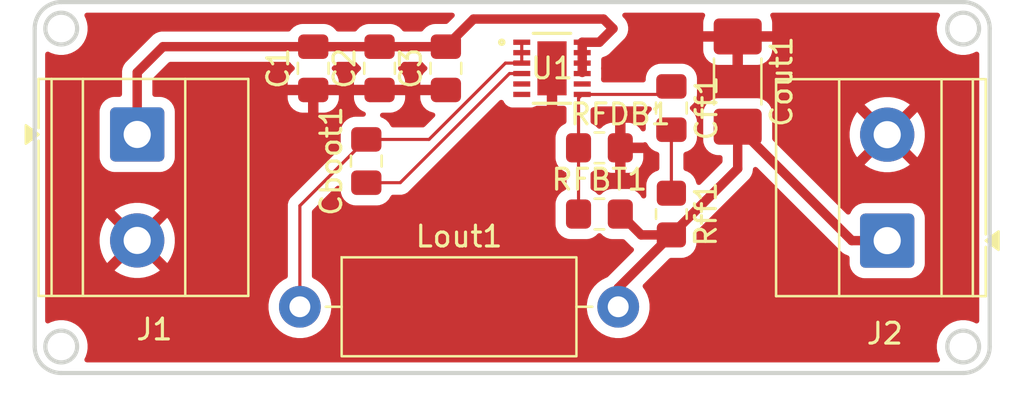
<source format=kicad_pcb>
(kicad_pcb (version 20241229) (generator "pcbnew") (generator_version "9.0")
  (layers (0 "F.Cu" signal) (2 "B.Cu" signal) (13 "F.Paste" user) (15 "B.Paste" user) (5 "F.SilkS" user "F.Silkscreen") (7 "B.SilkS" user "B.Silkscreen") (1 "F.Mask" user) (3 "B.Mask" user) (25 "Edge.Cuts" user))
  (net 0 "")
  (net 1 "GND")
  (net 2 "VCC")
  (net 3 "Net-(U1-BOOT)")
  (net 4 "Net-(Cboot1-Pad2)")
  (net 5 "Net-(U1-FB)")
  (net 6 "Net-(Cff1-Pad2)")
  (net 7 "/Vout")
  (footprint "Capacitor_SMD:C_0805_2012Metric_Pad1.18x1.45mm_HandSolder" (layer "F.Cu") (at 184.15 76.2 -90)
    (property "Reference" "Cff1" (at 0 -1.68 90) (layer "F.SilkS"))
    (property "Value" "C")
    (fp_line (start -0.261252 0.735) (end 0.261252 0.735) (stroke (width 0.12)) (layer "F.SilkS"))
    (fp_line (start -0.261252 -0.735) (end 0.261252 -0.735) (stroke (width 0.12)) (layer "F.SilkS"))
    (pad "1" smd roundrect (at -1.0375 0 270) (size 1.175 1.45) (layers "F.Cu" "F.Mask" "F.Paste") (roundrect_rratio 0.212766) (net 5 "Net-(U1-FB)"))
    (pad "2" smd roundrect (at 1.0375 0 270) (size 1.175 1.45) (layers "F.Cu" "F.Mask" "F.Paste") (roundrect_rratio 0.212766) (net 6 "Net-(Cff1-Pad2)"))
  )
  (footprint "Capacitor_SMD:C_0805_2012Metric_Pad1.18x1.45mm_HandSolder" (layer "F.Cu") (at 169.545 78.74 90)
    (property "Reference" "Cboot1" (at 0 -1.68 90) (layer "F.SilkS"))
    (property "Value" "0.1uF")
    (fp_line (start -0.261252 -0.735) (end 0.261252 -0.735) (stroke (width 0.12)) (layer "F.SilkS"))
    (fp_line (start -0.261252 0.735) (end 0.261252 0.735) (stroke (width 0.12)) (layer "F.SilkS"))
    (pad "1" smd roundrect (at -1.0375 0 90) (size 1.175 1.45) (layers "F.Cu" "F.Mask" "F.Paste") (roundrect_rratio 0.212766) (net 3 "Net-(U1-BOOT)"))
    (pad "2" smd roundrect (at 1.0375 0 90) (size 1.175 1.45) (layers "F.Cu" "F.Mask" "F.Paste") (roundrect_rratio 0.212766) (net 4 "Net-(Cboot1-Pad2)"))
  )
  (footprint "Capacitor_SMD:C_0805_2012Metric_Pad1.18x1.45mm_HandSolder" (layer "F.Cu") (at 170.18 74.295 90)
    (property "Reference" "C2" (at 0 -1.68 90) (layer "F.SilkS"))
    (property "Value" "10uF")
    (fp_line (start -0.261252 -0.735) (end 0.261252 -0.735) (stroke (width 0.12)) (layer "F.SilkS"))
    (fp_line (start -0.261252 0.735) (end 0.261252 0.735) (stroke (width 0.12)) (layer "F.SilkS"))
    (pad "1" smd roundrect (at -1.0375 0 90) (size 1.175 1.45) (layers "F.Cu" "F.Mask" "F.Paste") (roundrect_rratio 0.212766) (net 1 "GND"))
    (pad "2" smd roundrect (at 1.0375 0 90) (size 1.175 1.45) (layers "F.Cu" "F.Mask" "F.Paste") (roundrect_rratio 0.212766) (net 2 "VCC"))
  )
  (footprint "TerminalBlock_Phoenix:TerminalBlock_Phoenix_MKDS-1,5-2-5.08_1x02_P5.08mm_Horizontal" (layer "F.Cu") (at 158.5775 77.465 -90)
    (property "Reference" "J1" (at 9.345 -0.825 180) (layer "F.SilkS"))
    (property "Value" "INPUT")
    (fp_line (start -2.66 4.72) (end -2.66 -5.32) (stroke (width 0.12)) (layer "F.SilkS"))
    (fp_line (start -0.3 4.72) (end -2.66 4.72) (stroke (width 0.12)) (layer "F.SilkS"))
    (fp_line (start 7.74 4.72) (end 0.3 4.72) (stroke (width 0.12)) (layer "F.SilkS"))
    (fp_line (start -2.66 4.1) (end 7.74 4.1) (stroke (width 0.12)) (layer "F.SilkS"))
    (fp_line (start -2.66 2.6) (end 7.74 2.6) (stroke (width 0.12)) (layer "F.SilkS"))
    (fp_line (start -2.66 -2.3) (end 7.74 -2.3) (stroke (width 0.12)) (layer "F.SilkS"))
    (fp_line (start -2.66 -5.32) (end 7.74 -5.32) (stroke (width 0.12)) (layer "F.SilkS"))
    (fp_line (start 7.74 -5.32) (end 7.74 4.72) (stroke (width 0.12)) (layer "F.SilkS"))
    (fp_poly (pts (xy 0 4.72) (xy 0.44 5.33) (xy -0.44 5.33)) (stroke (width 0.12)) (fill yes) (layer "F.SilkS"))
    (pad "1" thru_hole roundrect (at 0 0 270) (size 2.6 2.6) (drill 1.3) (layers "*.Cu" "*.Mask") (roundrect_rratio 0.096154) (net 2 "VCC"))
    (pad "2" thru_hole circle (at 5.08 0 270) (size 2.6 2.6) (drill 1.3) (layers "*.Cu" "*.Mask") (net 1 "GND"))
  )
  (footprint "Resistor_SMD:R_0805_2012Metric_Pad1.20x1.40mm_HandSolder" (layer "F.Cu") (at 184.15 81.28 -90)
    (property "Reference" "Rff1" (at 0 -1.65 90) (layer "F.SilkS"))
    (property "Value" "R")
    (fp_line (start -0.227064 0.735) (end 0.227064 0.735) (stroke (width 0.12)) (layer "F.SilkS"))
    (fp_line (start -0.227064 -0.735) (end 0.227064 -0.735) (stroke (width 0.12)) (layer "F.SilkS"))
    (pad "1" smd roundrect (at -1 0 270) (size 1.2 1.4) (layers "F.Cu" "F.Mask" "F.Paste") (roundrect_rratio 0.208333) (net 6 "Net-(Cff1-Pad2)"))
    (pad "2" smd roundrect (at 1 0 270) (size 1.2 1.4) (layers "F.Cu" "F.Mask" "F.Paste") (roundrect_rratio 0.208333) (net 7 "/Vout"))
  )
  (footprint "Resistor_SMD:R_0805_2012Metric_Pad1.20x1.40mm_HandSolder" (layer "F.Cu") (at 180.705 78.105 180)
    (property "Reference" "RFDB1" (at -1 1.605 0) (layer "F.SilkS"))
    (property "Value" "13k")
    (fp_line (start -0.227064 0.735) (end 0.227064 0.735) (stroke (width 0.12)) (layer "F.SilkS"))
    (fp_line (start -0.227064 -0.735) (end 0.227064 -0.735) (stroke (width 0.12)) (layer "F.SilkS"))
    (pad "1" smd roundrect (at -1 0 180) (size 1.2 1.4) (layers "F.Cu" "F.Mask" "F.Paste") (roundrect_rratio 0.208333) (net 1 "GND"))
    (pad "2" smd roundrect (at 1 0 180) (size 1.2 1.4) (layers "F.Cu" "F.Mask" "F.Paste") (roundrect_rratio 0.208333) (net 5 "Net-(U1-FB)"))
  )
  (footprint "footprints:WSON_SDRRR_TEX" (layer "F.Cu") (at 178.435 74.295)
    (property "Reference" "U1" (at 0 0 0) (layer "F.SilkS"))
    (property "Value" "LMR51450SDRRR")
    (fp_line (start -0.895578 1.6764) (end 0.895578 1.6764) (stroke (width 0.1524)) (layer "F.SilkS"))
    (fp_line (start 0.895578 -1.6764) (end -0.895578 -1.6764) (stroke (width 0.1524)) (layer "F.SilkS"))
    (fp_circle (center -2.405126 -1.250315) (end -2.303526 -1.250315) (stroke (width 0.1524)) (fill no) (layer "F.SilkS"))
    (pad "1" smd rect (at -1.4478 -1.250315) (size 0.8128 0.254) (layers "F.Cu" "F.Mask" "F.Paste") (net 4 "Net-(Cboot1-Pad2)"))
    (pad "2" smd rect (at -1.4478 -0.750189) (size 0.8128 0.254) (layers "F.Cu" "F.Mask" "F.Paste") (net 4 "Net-(Cboot1-Pad2)"))
    (pad "3" smd rect (at -1.4478 -0.250063) (size 0.8128 0.254) (layers "F.Cu" "F.Mask" "F.Paste") (net 4 "Net-(Cboot1-Pad2)"))
    (pad "4" smd rect (at -1.4478 0.250063) (size 0.8128 0.254) (layers "F.Cu" "F.Mask" "F.Paste") (net 3 "Net-(U1-BOOT)"))
    (pad "5" smd rect (at -1.4478 0.750189) (size 0.8128 0.254) (layers "F.Cu" "F.Mask" "F.Paste"))
    (pad "6" smd rect (at -1.4478 1.250315) (size 0.8128 0.254) (layers "F.Cu" "F.Mask" "F.Paste"))
    (pad "7" smd rect (at 1.4478 1.250315) (size 0.8128 0.254) (layers "F.Cu" "F.Mask" "F.Paste") (net 5 "Net-(U1-FB)"))
    (pad "8" smd rect (at 1.4478 0.750189) (size 0.8128 0.254) (layers "F.Cu" "F.Mask" "F.Paste") (net 1 "GND"))
    (pad "9" smd rect (at 1.4478 0.250063) (size 0.8128 0.254) (layers "F.Cu" "F.Mask" "F.Paste") (net 2 "VCC"))
    (pad "10" smd rect (at 1.4478 -0.250063) (size 0.8128 0.254) (layers "F.Cu" "F.Mask" "F.Paste") (net 2 "VCC"))
    (pad "11" smd rect (at 1.4478 -0.750189) (size 0.8128 0.254) (layers "F.Cu" "F.Mask" "F.Paste") (net 2 "VCC"))
    (pad "12" smd rect (at 1.4478 -1.250315) (size 0.8128 0.254) (layers "F.Cu" "F.Mask" "F.Paste") (net 2 "VCC"))
    (pad "13" smd rect (at 0 0) (size 1.397 2.5908) (layers "F.Cu" "F.Mask" "F.Paste") (net 1 "GND"))
  )
  (footprint "Resistor_SMD:R_0805_2012Metric_Pad1.20x1.40mm_HandSolder" (layer "F.Cu") (at 180.705 81.28)
    (property "Reference" "RFBT1" (at 0 -1.65 0) (layer "F.SilkS"))
    (property "Value" "110k")
    (fp_line (start -0.227064 -0.735) (end 0.227064 -0.735) (stroke (width 0.12)) (layer "F.SilkS"))
    (fp_line (start -0.227064 0.735) (end 0.227064 0.735) (stroke (width 0.12)) (layer "F.SilkS"))
    (pad "1" smd roundrect (at -1 0) (size 1.2 1.4) (layers "F.Cu" "F.Mask" "F.Paste") (roundrect_rratio 0.208333) (net 5 "Net-(U1-FB)"))
    (pad "2" smd roundrect (at 1 0) (size 1.2 1.4) (layers "F.Cu" "F.Mask" "F.Paste") (roundrect_rratio 0.208333) (net 7 "/Vout"))
  )
  (footprint "TerminalBlock_Phoenix:TerminalBlock_Phoenix_MKDS-1,5-2-5.08_1x02_P5.08mm_Horizontal" (layer "F.Cu") (at 194.4825 82.555 90)
    (property "Reference" "J2" (at -4.455 -0.115 180) (layer "F.SilkS"))
    (property "Value" "OUTPUT")
    (fp_line (start 7.74 -5.32) (end 7.74 4.72) (stroke (width 0.12)) (layer "F.SilkS"))
    (fp_line (start -2.66 -5.32) (end 7.74 -5.32) (stroke (width 0.12)) (layer "F.SilkS"))
    (fp_line (start -2.66 -2.3) (end 7.74 -2.3) (stroke (width 0.12)) (layer "F.SilkS"))
    (fp_line (start -2.66 2.6) (end 7.74 2.6) (stroke (width 0.12)) (layer "F.SilkS"))
    (fp_line (start -2.66 4.1) (end 7.74 4.1) (stroke (width 0.12)) (layer "F.SilkS"))
    (fp_line (start 7.74 4.72) (end 0.3 4.72) (stroke (width 0.12)) (layer "F.SilkS"))
    (fp_line (start -0.3 4.72) (end -2.66 4.72) (stroke (width 0.12)) (layer "F.SilkS"))
    (fp_line (start -2.66 4.72) (end -2.66 -5.32) (stroke (width 0.12)) (layer "F.SilkS"))
    (fp_poly (pts (xy 0 4.72) (xy 0.44 5.33) (xy -0.44 5.33)) (stroke (width 0.12)) (fill yes) (layer "F.SilkS"))
    (pad "1" thru_hole roundrect (at 0 0 90) (size 2.6 2.6) (drill 1.3) (layers "*.Cu" "*.Mask") (roundrect_rratio 0.096154) (net 7 "/Vout"))
    (pad "2" thru_hole circle (at 5.08 0 90) (size 2.6 2.6) (drill 1.3) (layers "*.Cu" "*.Mask") (net 1 "GND"))
  )
  (footprint "Capacitor_SMD:C_0805_2012Metric_Pad1.18x1.45mm_HandSolder" (layer "F.Cu") (at 167.005 74.295 90)
    (property "Reference" "C1" (at 0 -1.68 90) (layer "F.SilkS"))
    (property "Value" "10uF")
    (fp_line (start -0.261252 -0.735) (end 0.261252 -0.735) (stroke (width 0.12)) (layer "F.SilkS"))
    (fp_line (start -0.261252 0.735) (end 0.261252 0.735) (stroke (width 0.12)) (layer "F.SilkS"))
    (pad "1" smd roundrect (at -1.0375 0 90) (size 1.175 1.45) (layers "F.Cu" "F.Mask" "F.Paste") (roundrect_rratio 0.212766) (net 1 "GND"))
    (pad "2" smd roundrect (at 1.0375 0 90) (size 1.175 1.45) (layers "F.Cu" "F.Mask" "F.Paste") (roundrect_rratio 0.212766) (net 2 "VCC"))
  )
  (footprint "Inductor_THT:L_Axial_L11.0mm_D4.5mm_P15.24mm_Horizontal_Fastron_MECC" (layer "F.Cu") (at 166.365 85.725)
    (property "Reference" "Lout1" (at 7.62 -3.37 0) (layer "F.SilkS"))
    (property "Value" "8.2uH")
    (fp_line (start 1.24 0) (end 2 0) (stroke (width 0.12)) (layer "F.SilkS"))
    (fp_line (start 14 0) (end 13.24 0) (stroke (width 0.12)) (layer "F.SilkS"))
    (fp_rect (start 2 -2.37) (end 13.24 2.37) (stroke (width 0.12)) (fill no) (layer "F.SilkS"))
    (pad "1" thru_hole circle (at 0 0) (size 2 2) (drill 1) (layers "*.Cu" "*.Mask") (net 4 "Net-(Cboot1-Pad2)"))
    (pad "2" thru_hole circle (at 15.24 0) (size 2 2) (drill 1) (layers "*.Cu" "*.Mask") (net 7 "/Vout"))
  )
  (footprint "Capacitor_SMD:C_1808_4520Metric_Pad1.72x2.30mm_HandSolder" (layer "F.Cu") (at 187.325 74.93 -90)
    (property "Reference" "Cout1" (at 0 -2.1 90) (layer "F.SilkS"))
    (property "Value" "C")
    (fp_line (start -1.097369 1.135) (end 1.097369 1.135) (stroke (width 0.12)) (layer "F.SilkS"))
    (fp_line (start -1.097369 -1.135) (end 1.097369 -1.135) (stroke (width 0.12)) (layer "F.SilkS"))
    (pad "1" smd roundrect (at -2.1625 0 270) (size 1.725 2.3) (layers "F.Cu" "F.Mask" "F.Paste") (roundrect_rratio 0.144928) (net 1 "GND"))
    (pad "2" smd roundrect (at 2.1625 0 270) (size 1.725 2.3) (layers "F.Cu" "F.Mask" "F.Paste") (roundrect_rratio 0.144928) (net 7 "/Vout"))
  )
  (footprint "Capacitor_SMD:C_0805_2012Metric_Pad1.18x1.45mm_HandSolder" (layer "F.Cu") (at 173.355 74.295 90)
    (property "Reference" "C3" (at 0 -1.68 90) (layer "F.SilkS"))
    (property "Value" "0.1uF")
    (fp_line (start -0.261252 -0.735) (end 0.261252 -0.735) (stroke (width 0.12)) (layer "F.SilkS"))
    (fp_line (start -0.261252 0.735) (end 0.261252 0.735) (stroke (width 0.12)) (layer "F.SilkS"))
    (pad "1" smd roundrect (at -1.0375 0 90) (size 1.175 1.45) (layers "F.Cu" "F.Mask" "F.Paste") (roundrect_rratio 0.212766) (net 1 "GND"))
    (pad "2" smd roundrect (at 1.0375 0 90) (size 1.175 1.45) (layers "F.Cu" "F.Mask" "F.Paste") (roundrect_rratio 0.212766) (net 2 "VCC"))
  )
  (gr_circle (center 198.12 72.39) (end 198.882 72.39) (stroke (width 0.2)) (fill no) (layer "Edge.Cuts"))
  (gr_arc (start 198.12 71.12) (mid 199.018026 71.491974) (end 199.39 72.39) (stroke (width 0.2)) (layer "Edge.Cuts"))
  (gr_line (start 153.67 87.63) (end 153.67 72.39) (stroke (width 0.2)) (layer "Edge.Cuts"))
  (gr_arc (start 154.94 88.9) (mid 154.041974 88.528026) (end 153.67 87.63) (stroke (width 0.2)) (layer "Edge.Cuts"))
  (gr_line (start 198.12 88.9) (end 154.94 88.9) (stroke (width 0.2)) (layer "Edge.Cuts"))
  (gr_line (start 154.94 71.12) (end 198.12 71.12) (stroke (width 0.2)) (layer "Edge.Cuts"))
  (gr_arc (start 199.39 87.63) (mid 199.018026 88.528026) (end 198.12 88.9) (stroke (width 0.2)) (layer "Edge.Cuts"))
  (gr_arc (start 153.67 72.39) (mid 154.041974 71.491974) (end 154.94 71.12) (stroke (width 0.2)) (layer "Edge.Cuts"))
  (gr_circle (center 154.94 87.63) (end 155.702 87.63) (stroke (width 0.2)) (fill no) (layer "Edge.Cuts"))
  (gr_circle (center 198.12 87.63) (end 198.882 87.63) (stroke (width 0.2)) (fill no) (layer "Edge.Cuts"))
  (gr_line (start 199.39 72.39) (end 199.39 87.63) (stroke (width 0.2)) (layer "Edge.Cuts"))
  (gr_circle (center 154.94 72.39) (end 155.702 72.39) (stroke (width 0.2)) (fill no) (layer "Edge.Cuts"))
  (segment (start 173.355 73.2575) (end 170.18 73.2575) (width 0.45) (layer "F.Cu") (net 2))
  (segment (start 173.355 73.2575) (end 174.6797 71.9328) (width 0.45) (layer "F.Cu") (net 2))
  (segment (start 174.6797 71.9328) (end 180.8988 71.9328) (width 0.45) (layer "F.Cu") (net 2))
  (segment (start 179.8828 73.544811) (end 179.8828 74.492189) (width 0.45) (layer "F.Cu") (net 2))
  (segment (start 181.356 72.39) (end 180.701315 73.044685) (width 0.45) (layer "F.Cu") (net 2))
  (segment (start 158.5775 74.4929) (end 159.8129 73.2575) (width 0.45) (layer "F.Cu") (net 2))
  (segment (start 180.701315 73.044685) (end 179.8828 73.044685) (width 0.45) (layer "F.Cu") (net 2))
  (segment (start 179.8828 73.044685) (end 179.8828 73.544811) (width 0.45) (layer "F.Cu") (net 2))
  (segment (start 180.8988 71.9328) (end 181.356 72.39) (width 0.45) (layer "F.Cu") (net 2))
  (segment (start 158.5775 77.465) (end 158.5775 74.4929) (width 0.45) (layer "F.Cu") (net 2))
  (segment (start 170.18 73.2575) (end 167.005 73.2575) (width 0.45) (layer "F.Cu") (net 2))
  (segment (start 159.8129 73.2575) (end 167.005 73.2575) (width 0.45) (layer "F.Cu") (net 2))
  (segment (start 171.169489 79.7775) (end 176.401926 74.545063) (width 0.15) (layer "F.Cu") (net 3))
  (segment (start 169.545 79.7775) (end 171.169489 79.7775) (width 0.15) (layer "F.Cu") (net 3))
  (segment (start 176.401926 74.545063) (end 176.9872 74.545063) (width 0.15) (layer "F.Cu") (net 3))
  (segment (start 172.548304 77.7025) (end 176.205867 74.044937) (width 0.15) (layer "F.Cu") (net 4))
  (segment (start 176.9872 73.544811) (end 176.9872 73.044685) (width 0.15) (layer "F.Cu") (net 4))
  (segment (start 166.365 80.8825) (end 169.545 77.7025) (width 0.15) (layer "F.Cu") (net 4))
  (segment (start 176.205867 74.044937) (end 176.9872 74.044937) (width 0.15) (layer "F.Cu") (net 4))
  (segment (start 166.365 85.725) (end 166.365 80.8825) (width 0.15) (layer "F.Cu") (net 4))
  (segment (start 176.9872 74.044937) (end 176.9872 73.544811) (width 0.15) (layer "F.Cu") (net 4))
  (segment (start 169.545 77.7025) (end 172.548304 77.7025) (width 0.15) (layer "F.Cu") (net 4))
  (segment (start 179.705 81.28) (end 179.705 78.105) (width 0.15) (layer "F.Cu") (net 5))
  (segment (start 183.767185 75.545315) (end 179.8828 75.545315) (width 0.15) (layer "F.Cu") (net 5))
  (segment (start 184.15 75.1625) (end 183.767185 75.545315) (width 0.15) (layer "F.Cu") (net 5))
  (segment (start 179.705 75.723115) (end 179.8828 75.545315) (width 0.15) (layer "F.Cu") (net 5))
  (segment (start 179.705 78.105) (end 179.705 75.723115) (width 0.15) (layer "F.Cu") (net 5))
  (segment (start 184.15 77.2375) (end 184.15 80.28) (width 0.15) (layer "F.Cu") (net 6))
  (segment (start 182.705 82.28) (end 181.705 81.28) (width 0.45) (layer "F.Cu") (net 7))
  (segment (start 181.605 84.825) (end 184.15 82.28) (width 0.45) (layer "F.Cu") (net 7))
  (segment (start 181.605 85.725) (end 181.605 84.825) (width 0.45) (layer "F.Cu") (net 7))
  (segment (start 184.15 82.28) (end 187.325 79.105) (width 0.45) (layer "F.Cu") (net 7))
  (segment (start 187.325 79.105) (end 187.325 77.0925) (width 0.45) (layer "F.Cu") (net 7))
  (segment (start 184.15 82.28) (end 182.705 82.28) (width 0.45) (layer "F.Cu") (net 7))
  (segment (start 194.4825 82.555) (end 192.7875 82.555) (width 0.45) (layer "F.Cu") (net 7))
  (segment (start 192.7875 82.555) (end 187.325 77.0925) (width 0.45) (layer "F.Cu") (net 7))
  (zone (net 1) (net_name "GND") (layer "F.Cu") (connect_pads (clearance 0.5)) (min_thickness 0.25) (fill yes (thermal_gap 0.5) (thermal_bridge_width 0.5))
    (polygon (pts (xy 155.956 71.628) (xy 197.104 71.628) (xy 199.136 73.66) (xy 199.136 87.376) (xy 198.12 88.392) (xy 155.448 88.392) (xy 154.051 86.995) (xy 154.051 73.533)))
  )
)
</source>
